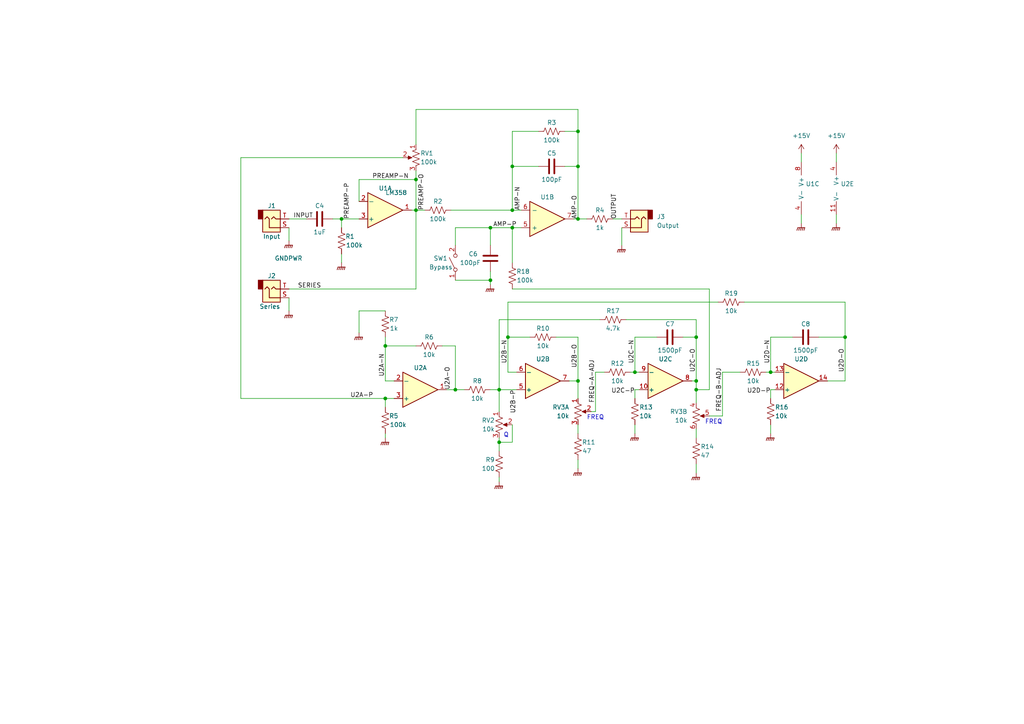
<source format=kicad_sch>
(kicad_sch (version 20211123) (generator eeschema)
  (paper "A4")
  (lib_symbols
    (symbol "Amplifier_Operational:LM324" (pin_names (offset 0.127))
      (property "Reference" "U" (at 0 5.08 0))
      (property "Value" "LM324" (at 0 -5.08 0))
      (symbol "LM324_1_1"
        (polyline (pts (xy -5.08 5.08) (xy 5.08 0) (xy -5.08 -5.08) (xy -5.08 5.08)) (stroke (width 0.254)) (fill (type background)))
        (pin output line (at 7.62 0 180) (length 2.54) (name "~") (number "1"))
        (pin input line (at -7.62 -2.54 0) (length 2.54) (name "-") (number "2"))
        (pin input line (at -7.62 2.54 0) (length 2.54) (name "+") (number "3"))
      )
      (symbol "LM324_2_1"
        (polyline (pts (xy -5.08 5.08) (xy 5.08 0) (xy -5.08 -5.08) (xy -5.08 5.08)) (stroke (width 0.254)) (fill (type background)))
        (pin input line (at -7.62 2.54 0) (length 2.54) (name "+") (number "5"))
        (pin input line (at -7.62 -2.54 0) (length 2.54) (name "-") (number "6"))
        (pin output line (at 7.62 0 180) (length 2.54) (name "~") (number "7"))
      )
      (symbol "LM324_3_1"
        (polyline (pts (xy -5.08 5.08) (xy 5.08 0) (xy -5.08 -5.08) (xy -5.08 5.08)) (stroke (width 0.254)) (fill (type background)))
        (pin input line (at -7.62 2.54 0) (length 2.54) (name "+") (number "10"))
        (pin output line (at 7.62 0 180) (length 2.54) (name "~") (number "8"))
        (pin input line (at -7.62 -2.54 0) (length 2.54) (name "-") (number "9"))
      )
      (symbol "LM324_4_1"
        (polyline (pts (xy -5.08 5.08) (xy 5.08 0) (xy -5.08 -5.08) (xy -5.08 5.08)) (stroke (width 0.254)) (fill (type background)))
        (pin input line (at -7.62 2.54 0) (length 2.54) (name "+") (number "12"))
        (pin input line (at -7.62 -2.54 0) (length 2.54) (name "-") (number "13"))
        (pin output line (at 7.62 0 180) (length 2.54) (name "~") (number "14"))
      )
      (symbol "LM324_5_1"
        (pin power_in line (at -2.54 -7.62 90) (length 3.81) (name "V-") (number "11"))
        (pin power_in line (at -2.54 7.62 270) (length 3.81) (name "V+") (number "4"))
      )
    )
    (symbol "Amplifier_Operational:LM358" (pin_names (offset 0.127))
      (property "Reference" "U" (at 0 5.08 0))
      (property "Value" "LM358" (at 0 -5.08 0))
      (symbol "LM358_1_1"
        (polyline (pts (xy -5.08 5.08) (xy 5.08 0) (xy -5.08 -5.08) (xy -5.08 5.08)) (stroke (width 0.254)) (fill (type background)))
        (pin output line (at 7.62 0 180) (length 2.54) (name "~") (number "1"))
        (pin input line (at -7.62 -2.54 0) (length 2.54) (name "-") (number "2"))
        (pin input line (at -7.62 2.54 0) (length 2.54) (name "+") (number "3"))
      )
      (symbol "LM358_2_1"
        (polyline (pts (xy -5.08 5.08) (xy 5.08 0) (xy -5.08 -5.08) (xy -5.08 5.08)) (stroke (width 0.254)) (fill (type background)))
        (pin input line (at -7.62 2.54 0) (length 2.54) (name "+") (number "5"))
        (pin input line (at -7.62 -2.54 0) (length 2.54) (name "-") (number "6"))
        (pin output line (at 7.62 0 180) (length 2.54) (name "~") (number "7"))
      )
      (symbol "LM358_3_1"
        (pin power_in line (at -2.54 -7.62 90) (length 3.81) (name "V-") (number "4"))
        (pin power_in line (at -2.54 7.62 270) (length 3.81) (name "V+") (number "8"))
      )
    )
    (symbol "Connector:AudioJack2"
      (property "Reference" "J" (at 0 8.89 0))
      (property "Value" "AudioJack2" (at 0 6.35 0))
      (symbol "AudioJack2_0_1"
        (rectangle (start -3.81 0) (end -2.54 -2.54) (stroke (width 0.254)) (fill (type outline)))
        (rectangle (start -2.54 3.81) (end 2.54 -2.54) (stroke (width 0.254)) (fill (type background)))
        (polyline (pts (xy 0 0) (xy 0.635 -0.635) (xy 1.27 0) (xy 2.54 0)) (stroke (width 0.254)))
        (polyline (pts (xy 2.54 2.54) (xy -0.635 2.54) (xy -0.635 0) (xy -1.27 -0.635) (xy -1.905 0)) (stroke (width 0.254)))
      )
      (symbol "AudioJack2_1_1"
        (pin passive line (at 5.08 2.54 180) (length 2.54) (name "~") (number "S"))
        (pin passive line (at 5.08 0 180) (length 2.54) (name "~") (number "T"))
      )
    )
    (symbol "Device:C" (pin_numbers hide) (pin_names (offset 0.254))
      (property "Reference" "C" (at 0.635 2.54 0))
      (property "Value" "C" (at 0.635 -2.54 0))
      (symbol "C_0_1"
        (polyline (pts (xy -2.032 -0.762) (xy 2.032 -0.762)) (stroke (width 0.508)))
        (polyline (pts (xy -2.032 0.762) (xy 2.032 0.762)) (stroke (width 0.508)))
      )
      (symbol "C_1_1"
        (pin passive line (at 0 3.81 270) (length 2.794) (name "~") (number "1"))
        (pin passive line (at 0 -3.81 90) (length 2.794) (name "~") (number "2"))
      )
    )
    (symbol "Device:Opamp_Dual"
      (property "Reference" "U" (at 0 5.08 0))
      (property "Value" "Opamp_Dual" (at 0 -5.08 0))
      (symbol "Opamp_Dual_1_1"
        (polyline (pts (xy -5.08 5.08) (xy 5.08 0) (xy -5.08 -5.08) (xy -5.08 5.08)) (stroke (width 0.254)) (fill (type background)))
        (pin output line (at 7.62 0 180) (length 2.54) (name "~") (number "1"))
        (pin input line (at -7.62 -2.54 0) (length 2.54) (name "-") (number "2"))
        (pin input line (at -7.62 2.54 0) (length 2.54) (name "+") (number "3"))
      )
      (symbol "Opamp_Dual_2_1"
        (polyline (pts (xy -5.08 5.08) (xy 5.08 0) (xy -5.08 -5.08) (xy -5.08 5.08)) (stroke (width 0.254)) (fill (type background)))
        (pin input line (at -7.62 2.54 0) (length 2.54) (name "+") (number "5"))
        (pin input line (at -7.62 -2.54 0) (length 2.54) (name "-") (number "6"))
        (pin output line (at 7.62 0 180) (length 2.54) (name "~") (number "7"))
      )
      (symbol "Opamp_Dual_3_1"
        (pin power_in line (at -2.54 -7.62 90) (length 3.81) (name "V-") (number "4"))
        (pin power_in line (at -2.54 7.62 270) (length 3.81) (name "V+") (number "8"))
      )
    )
    (symbol "Device:R_Potentiometer_US" (pin_names (offset 1.016) hide)
      (property "Reference" "RV" (at -4.445 0 90))
      (property "Value" "R_Potentiometer_US" (at -2.54 0 90))
      (symbol "R_Potentiometer_US_0_1"
        (polyline (pts (xy 0 -2.286) (xy 0 -2.54)))
        (polyline (pts (xy 0 2.54) (xy 0 2.286)))
        (polyline (pts (xy 2.54 0) (xy 1.524 0)))
        (polyline (pts (xy 1.143 0) (xy 2.286 0.508) (xy 2.286 -0.508) (xy 1.143 0)) (fill (type outline)))
        (polyline (pts (xy 0 -0.762) (xy 1.016 -1.143) (xy 0 -1.524) (xy -1.016 -1.905) (xy 0 -2.286)))
        (polyline (pts (xy 0 0.762) (xy 1.016 0.381) (xy 0 0) (xy -1.016 -0.381) (xy 0 -0.762)))
        (polyline (pts (xy 0 2.286) (xy 1.016 1.905) (xy 0 1.524) (xy -1.016 1.143) (xy 0 0.762)))
      )
      (symbol "R_Potentiometer_US_1_1"
        (pin passive line (at 0 3.81 270) (length 1.27) (name "1") (number "1"))
        (pin passive line (at 3.81 0 180) (length 1.27) (name "2") (number "2"))
        (pin passive line (at 0 -3.81 90) (length 1.27) (name "3") (number "3"))
      )
    )
    (symbol "Device:R_US" (pin_numbers hide) (pin_names (offset 0))
      (property "Reference" "R" (at 2.54 0 90))
      (property "Value" "R_US" (at -2.54 0 90))
      (symbol "R_US_0_1"
        (polyline (pts (xy 0 -2.286) (xy 0 -2.54)))
        (polyline (pts (xy 0 2.286) (xy 0 2.54)))
        (polyline (pts (xy 0 -0.762) (xy 1.016 -1.143) (xy 0 -1.524) (xy -1.016 -1.905) (xy 0 -2.286)))
        (polyline (pts (xy 0 0.762) (xy 1.016 0.381) (xy 0 0) (xy -1.016 -0.381) (xy 0 -0.762)))
        (polyline (pts (xy 0 2.286) (xy 1.016 1.905) (xy 0 1.524) (xy -1.016 1.143) (xy 0 0.762)))
      )
      (symbol "R_US_1_1"
        (pin passive line (at 0 3.81 270) (length 1.27) (name "~") (number "1"))
        (pin passive line (at 0 -3.81 90) (length 1.27) (name "~") (number "2"))
      )
    )
    (symbol "Switch:SW_SPST" (pin_names (offset 0) hide)
      (property "Reference" "SW" (at 0 3.175 0))
      (property "Value" "SW_SPST" (at 0 -2.54 0))
      (symbol "SW_SPST_0_0"
        (circle (center -2.032 0) (radius 0.508))
        (polyline (pts (xy -1.524 0.254) (xy 1.524 1.778)))
        (circle (center 2.032 0) (radius 0.508))
      )
      (symbol "SW_SPST_1_1"
        (pin passive line (at -5.08 0 0) (length 2.54) (name "A") (number "1"))
        (pin passive line (at 5.08 0 180) (length 2.54) (name "B") (number "2"))
      )
    )
    (symbol "audio:R_Potentiometer_Dual_Separate_US" (pin_names (offset 1.016) hide)
      (property "Reference" "RV" (at -4.445 0 90))
      (property "Value" "R_Potentiometer_Dual_Separate_US" (at -2.54 0 90))
      (symbol "R_Potentiometer_Dual_Separate_US_0_1"
        (polyline (pts (xy 0 -2.286) (xy 0 -2.54)))
        (polyline (pts (xy 0 2.54) (xy 0 2.286)))
        (polyline (pts (xy 2.54 0) (xy 1.524 0)))
        (polyline (pts (xy 1.143 0) (xy 2.286 0.508) (xy 2.286 -0.508) (xy 1.143 0)) (fill (type outline)))
        (polyline (pts (xy 0 -0.762) (xy 1.016 -1.143) (xy 0 -1.524) (xy -1.016 -1.905) (xy 0 -2.286)))
        (polyline (pts (xy 0 0.762) (xy 1.016 0.381) (xy 0 0) (xy -1.016 -0.381) (xy 0 -0.762)))
        (polyline (pts (xy 0 2.286) (xy 1.016 1.905) (xy 0 1.524) (xy -1.016 1.143) (xy 0 0.762)))
      )
      (symbol "R_Potentiometer_Dual_Separate_US_1_1"
        (pin passive line (at 0 3.81 270) (length 1.27) (name "1") (number "1"))
        (pin passive line (at 3.81 0 180) (length 1.27) (name "2") (number "2"))
        (pin passive line (at 0 -3.81 90) (length 1.27) (name "3") (number "3"))
      )
      (symbol "R_Potentiometer_Dual_Separate_US_2_1"
        (pin passive line (at 0 3.81 270) (length 1.27) (name "4") (number "4"))
        (pin passive line (at 3.81 0 180) (length 1.27) (name "5") (number "5"))
        (pin passive line (at 0 -3.81 90) (length 1.27) (name "6") (number "6"))
      )
    )
    (symbol "power:+15V" (power) (pin_names (offset 0))
      (property "Value" "+15V" (at 0 3.556 0))
      (symbol "+15V_0_1"
        (polyline (pts (xy -0.762 1.27) (xy 0 2.54)))
        (polyline (pts (xy 0 0) (xy 0 2.54)))
        (polyline (pts (xy 0 2.54) (xy 0.762 1.27)))
      )
      (symbol "+15V_1_1"
        (pin power_in line (at 0 0 90) (length 0) hide (name "+15V") (number "1"))
      )
    )
    (symbol "power:GNDPWR" (power) (pin_names (offset 0))
      (property "Value" "GNDPWR" (at 0 -3.302 0))
      (symbol "GNDPWR_0_1"
        (polyline (pts (xy 0 -1.27) (xy 0 0)))
        (polyline (pts (xy -1.016 -1.27) (xy -1.27 -2.032) (xy -1.27 -2.032)) (stroke (width 0.2032)))
        (polyline (pts (xy -0.508 -1.27) (xy -0.762 -2.032) (xy -0.762 -2.032)) (stroke (width 0.2032)))
        (polyline (pts (xy 0 -1.27) (xy -0.254 -2.032) (xy -0.254 -2.032)) (stroke (width 0.2032)))
        (polyline (pts (xy 0.508 -1.27) (xy 0.254 -2.032) (xy 0.254 -2.032)) (stroke (width 0.2032)))
        (polyline (pts (xy 1.016 -1.27) (xy -1.016 -1.27) (xy -1.016 -1.27)) (stroke (width 0.2032)))
        (polyline (pts (xy 1.016 -1.27) (xy 0.762 -2.032) (xy 0.762 -2.032) (xy 0.762 -2.032)) (stroke (width 0.2032)))
      )
      (symbol "GNDPWR_1_1"
        (pin power_in line (at 0 0 270) (length 0) hide (name "GNDPWR") (number "1"))
      )
    )
  )
  (junction (at 167.64 63.5))
  (junction (at 144.78 128.27))
  (junction (at 167.64 110.49))
  (junction (at 201.93 113.03))
  (junction (at 184.15 107.95))
  (junction (at 144.78 113.03))
  (junction (at 148.59 48.26))
  (junction (at 147.32 97.79))
  (junction (at 223.52 107.95))
  (junction (at 148.59 60.96))
  (junction (at 245.11 97.79))
  (junction (at 132.08 113.03))
  (junction (at 201.93 97.79))
  (junction (at 201.93 110.49))
  (junction (at 120.65 52.07))
  (junction (at 167.64 38.1))
  (junction (at 142.24 66.04))
  (junction (at 120.65 60.96))
  (junction (at 148.59 66.04))
  (junction (at 111.76 100.33))
  (junction (at 167.64 48.26))
  (junction (at 111.76 115.57))
  (junction (at 142.24 81.28))
  (junction (at 99.06 63.5))
  (wire (pts (xy 205.74 113.03) (xy 201.93 113.03)))
  (wire (pts (xy 245.11 87.63) (xy 215.9 87.63)))
  (wire (pts (xy 167.64 133.35) (xy 167.64 135.89)))
  (wire (pts (xy 132.08 100.33) (xy 128.27 100.33)))
  (wire (pts (xy 237.49 97.79) (xy 245.11 97.79)))
  (wire (pts (xy 132.08 113.03) (xy 134.62 113.03)))
  (wire (pts (xy 172.72 107.95) (xy 172.72 119.38)))
  (wire (pts (xy 83.82 66.04) (xy 83.82 69.85)))
  (wire (pts (xy 83.82 83.82) (xy 120.65 83.82)))
  (wire (pts (xy 198.12 97.79) (xy 201.93 97.79)))
  (wire (pts (xy 167.64 48.26) (xy 163.83 48.26)))
  (wire (pts (xy 184.15 97.79) (xy 184.15 107.95)))
  (wire (pts (xy 120.65 49.53) (xy 120.65 52.07)))
  (wire (pts (xy 96.52 63.5) (xy 99.06 63.5)))
  (wire (pts (xy 223.52 97.79) (xy 223.52 107.95)))
  (wire (pts (xy 147.32 87.63) (xy 147.32 97.79)))
  (wire (pts (xy 156.21 38.1) (xy 148.59 38.1)))
  (wire (pts (xy 111.76 110.49) (xy 111.76 100.33)))
  (wire (pts (xy 223.52 107.95) (xy 224.79 107.95)))
  (wire (pts (xy 167.64 63.5) (xy 167.64 48.26)))
  (wire (pts (xy 129.54 113.03) (xy 132.08 113.03)))
  (wire (pts (xy 201.93 124.46) (xy 201.93 127)))
  (wire (pts (xy 201.93 97.79) (xy 201.93 110.49)))
  (wire (pts (xy 242.57 62.23) (xy 242.57 64.77)))
  (wire (pts (xy 172.72 119.38) (xy 171.45 119.38)))
  (wire (pts (xy 111.76 125.73) (xy 111.76 127)))
  (wire (pts (xy 111.76 90.17) (xy 104.14 90.17)))
  (wire (pts (xy 182.88 107.95) (xy 184.15 107.95)))
  (wire (pts (xy 181.61 92.71) (xy 201.93 92.71)))
  (wire (pts (xy 144.78 138.43) (xy 144.78 139.7)))
  (wire (pts (xy 83.82 86.36) (xy 83.82 90.17)))
  (wire (pts (xy 201.93 113.03) (xy 201.93 116.84)))
  (wire (pts (xy 130.81 60.96) (xy 148.59 60.96)))
  (wire (pts (xy 184.15 107.95) (xy 185.42 107.95)))
  (wire (pts (xy 120.65 31.75) (xy 167.64 31.75)))
  (wire (pts (xy 148.59 123.19) (xy 148.59 128.27)))
  (wire (pts (xy 144.78 92.71) (xy 144.78 113.03)))
  (wire (pts (xy 201.93 110.49) (xy 200.66 110.49)))
  (wire (pts (xy 245.11 110.49) (xy 245.11 97.79)))
  (wire (pts (xy 153.67 97.79) (xy 147.32 97.79)))
  (wire (pts (xy 144.78 113.03) (xy 142.24 113.03)))
  (wire (pts (xy 147.32 97.79) (xy 147.32 107.95)))
  (wire (pts (xy 242.57 44.45) (xy 242.57 46.99)))
  (wire (pts (xy 167.64 97.79) (xy 167.64 110.49)))
  (wire (pts (xy 180.34 66.04) (xy 180.34 71.12)))
  (wire (pts (xy 111.76 100.33) (xy 111.76 97.79)))
  (wire (pts (xy 201.93 110.49) (xy 201.93 113.03)))
  (wire (pts (xy 132.08 66.04) (xy 142.24 66.04)))
  (wire (pts (xy 120.65 83.82) (xy 120.65 60.96)))
  (wire (pts (xy 201.93 92.71) (xy 201.93 97.79)))
  (wire (pts (xy 240.03 110.49) (xy 245.11 110.49)))
  (wire (pts (xy 83.82 63.5) (xy 88.9 63.5)))
  (wire (pts (xy 190.5 97.79) (xy 184.15 97.79)))
  (wire (pts (xy 99.06 63.5) (xy 104.14 63.5)))
  (wire (pts (xy 177.8 63.5) (xy 180.34 63.5)))
  (wire (pts (xy 144.78 113.03) (xy 149.86 113.03)))
  (wire (pts (xy 245.11 97.79) (xy 245.11 87.63)))
  (wire (pts (xy 167.64 63.5) (xy 170.18 63.5)))
  (wire (pts (xy 132.08 81.28) (xy 142.24 81.28)))
  (wire (pts (xy 163.83 38.1) (xy 167.64 38.1)))
  (wire (pts (xy 120.65 60.96) (xy 123.19 60.96)))
  (wire (pts (xy 184.15 113.03) (xy 184.15 115.57)))
  (wire (pts (xy 166.37 63.5) (xy 167.64 63.5)))
  (wire (pts (xy 201.93 134.62) (xy 201.93 137.16)))
  (wire (pts (xy 104.14 90.17) (xy 104.14 96.52)))
  (wire (pts (xy 209.55 107.95) (xy 209.55 120.65)))
  (wire (pts (xy 142.24 71.12) (xy 142.24 66.04)))
  (wire (pts (xy 99.06 63.5) (xy 99.06 66.04)))
  (wire (pts (xy 222.25 107.95) (xy 223.52 107.95)))
  (wire (pts (xy 144.78 119.38) (xy 144.78 113.03)))
  (wire (pts (xy 114.3 110.49) (xy 111.76 110.49)))
  (wire (pts (xy 205.74 120.65) (xy 209.55 120.65)))
  (wire (pts (xy 232.41 44.45) (xy 232.41 46.99)))
  (wire (pts (xy 120.65 60.96) (xy 119.38 60.96)))
  (wire (pts (xy 148.59 38.1) (xy 148.59 48.26)))
  (wire (pts (xy 156.21 48.26) (xy 148.59 48.26)))
  (wire (pts (xy 104.14 58.42) (xy 104.14 52.07)))
  (wire (pts (xy 148.59 48.26) (xy 148.59 60.96)))
  (wire (pts (xy 142.24 81.28) (xy 142.24 82.55)))
  (wire (pts (xy 173.99 92.71) (xy 144.78 92.71)))
  (wire (pts (xy 205.74 83.82) (xy 205.74 113.03)))
  (wire (pts (xy 148.59 60.96) (xy 151.13 60.96)))
  (wire (pts (xy 120.65 52.07) (xy 120.65 60.96)))
  (wire (pts (xy 147.32 107.95) (xy 149.86 107.95)))
  (wire (pts (xy 161.29 97.79) (xy 167.64 97.79)))
  (wire (pts (xy 142.24 66.04) (xy 148.59 66.04)))
  (wire (pts (xy 111.76 115.57) (xy 111.76 118.11)))
  (wire (pts (xy 69.85 115.57) (xy 111.76 115.57)))
  (wire (pts (xy 120.65 41.91) (xy 120.65 31.75)))
  (wire (pts (xy 144.78 127) (xy 144.78 128.27)))
  (wire (pts (xy 167.64 123.19) (xy 167.64 125.73)))
  (wire (pts (xy 144.78 128.27) (xy 144.78 130.81)))
  (wire (pts (xy 148.59 76.2) (xy 148.59 66.04)))
  (wire (pts (xy 223.52 113.03) (xy 224.79 113.03)))
  (wire (pts (xy 99.06 73.66) (xy 99.06 76.2)))
  (wire (pts (xy 69.85 45.72) (xy 69.85 115.57)))
  (wire (pts (xy 111.76 100.33) (xy 120.65 100.33)))
  (wire (pts (xy 132.08 113.03) (xy 132.08 100.33)))
  (wire (pts (xy 185.42 113.03) (xy 184.15 113.03)))
  (wire (pts (xy 214.63 107.95) (xy 209.55 107.95)))
  (wire (pts (xy 223.52 123.19) (xy 223.52 125.73)))
  (wire (pts (xy 114.3 115.57) (xy 111.76 115.57)))
  (wire (pts (xy 232.41 62.23) (xy 232.41 64.77)))
  (wire (pts (xy 208.28 87.63) (xy 147.32 87.63)))
  (wire (pts (xy 167.64 38.1) (xy 167.64 48.26)))
  (wire (pts (xy 104.14 52.07) (xy 120.65 52.07)))
  (wire (pts (xy 148.59 83.82) (xy 205.74 83.82)))
  (wire (pts (xy 167.64 115.57) (xy 167.64 110.49)))
  (wire (pts (xy 223.52 115.57) (xy 223.52 113.03)))
  (wire (pts (xy 167.64 31.75) (xy 167.64 38.1)))
  (wire (pts (xy 142.24 78.74) (xy 142.24 81.28)))
  (wire (pts (xy 148.59 66.04) (xy 151.13 66.04)))
  (wire (pts (xy 184.15 123.19) (xy 184.15 125.73)))
  (wire (pts (xy 148.59 128.27) (xy 144.78 128.27)))
  (wire (pts (xy 229.87 97.79) (xy 223.52 97.79)))
  (wire (pts (xy 132.08 71.12) (xy 132.08 66.04)))
  (wire (pts (xy 167.64 110.49) (xy 165.1 110.49)))
  (wire (pts (xy 116.84 45.72) (xy 69.85 45.72)))
  (wire (pts (xy 175.26 107.95) (xy 172.72 107.95)))
  (text "FREQ" (at 204.47 123.19 0) (effects (font (size 1.27 1.27)) (justify left bottom)))
  (text "Q" (at 146.05 127 0) (effects (font (size 1.27 1.27)) (justify left bottom)))
  (text "FREQ" (at 170.18 121.92 0) (effects (font (size 1.27 1.27)) (justify left bottom)))
  (label "U2A-N" (at 111.76 109.22 90))
  (label "FREQ-B-ADJ" (at 209.55 119.38 90))
  (label "PREAMP-P" (at 101.6 63.5 90))
  (label "U2B-N" (at 147.32 105.41 90))
  (label "PREAMP-N" (at 107.95 52.07 0))
  (label "U2C-O" (at 201.93 107.95 90))
  (label "AMP-O" (at 167.64 63.5 90))
  (label "AMP-P" (at 149.86 66.04 180))
  (label "U2D-P" (at 223.52 114.3 180))
  (label "U2B-P" (at 149.86 113.03 270))
  (label "U2D-O" (at 245.11 107.95 90))
  (label "SERIES" (at 86.36 83.82 0))
  (label "INPUT" (at 85.09 63.5 0))
  (label "OUTPUT" (at 179.07 63.5 90))
  (label "FREQ-A-ADJ" (at 172.72 116.84 90))
  (label "U2C-P" (at 184.15 114.3 180))
  (label "U2C-N" (at 184.15 105.41 90))
  (label "U2A-O" (at 130.81 113.03 90))
  (label "AMP-N" (at 151.13 60.96 90))
  (label "U2D-N" (at 223.52 105.41 90))
  (label "U2B-O" (at 167.64 106.68 90))
  (label "PREAMP-O" (at 123.19 60.96 90))
  (label "U2A-P" (at 101.6 115.57 0))
  (symbol (lib_id "Device:Opamp_Dual") (at 158.75 63.5 0) (mirror x) (unit 2)
    (property "Reference" "U1" (at 158.75 57.15 0))
    (property "Value" "LM358" (effects hide))
    (property "Footprint" "Package_SO:SOIC-8_3.9x4.9mm_P1.27mm" (effects hide))
  )
  (symbol (lib_id "Device:C") (at 194.31 97.79 90) (unit 1)
    (property "Reference" "C7" (at 194.31 93.98 90))
    (property "Value" "1500pF" (at 194.31 101.6 90))
    (property "Footprint" "Capacitor_SMD:C_0805_2012Metric_Pad1.18x1.45mm_HandSolder" (effects hide))
  )
  (symbol (lib_id "Switch:SW_SPST") (at 132.08 76.2 90) (unit 1)
    (property "Reference" "SW1" (at 125.73 74.93 90) (effects (justify right)))
    (property "Value" "Bypass" (at 124.46 77.47 90) (effects (justify right)))
    (property "Footprint" "Connector_Wire:SolderWire-0.1sqmm_1x02_P3.6mm_D0.4mm_OD1mm" (effects hide))
  )
  (symbol (lib_id "power:GNDPWR") (at 83.82 69.85 0) (unit 1)
    (property "Reference" "#PWR0103" (effects hide))
    (property "Value" "GNDPWR" (at 83.693 74.93 0))
  )
  (symbol (lib_id "Device:C") (at 142.24 74.93 0) (unit 1)
    (property "Reference" "C6" (at 135.89 73.66 0) (effects (justify left)))
    (property "Value" "100pF" (at 133.35 76.2 0) (effects (justify left)))
    (property "Footprint" "Capacitor_SMD:C_0805_2012Metric_Pad1.18x1.45mm_HandSolder" (effects hide))
  )
  (symbol (lib_id "power:GNDPWR") (at 242.57 64.77 0) (unit 1)
    (property "Reference" "#PWR0114" (effects hide))
    (property "Value" "GNDPWR" (effects hide))
  )
  (symbol (lib_id "Amplifier_Operational:LM324") (at 245.11 54.61 0) (unit 5)
    (property "Reference" "U2" (at 243.84 53.3399 0) (effects (justify left)))
    (property "Value" "LM324" (effects hide))
    (property "Footprint" "Package_SO:SOIC-14_3.9x8.7mm_P1.27mm" (effects hide))
    (property "Datasheet" "http://www.ti.com/lit/ds/symlink/lm2902-n.pdf" (effects hide))
  )
  (symbol (lib_id "Device:R_US") (at 167.64 129.54 0) (unit 1)
    (property "Reference" "R11" (at 172.72 128.27 0) (effects (justify right)))
    (property "Value" "47" (at 168.91 130.81 0) (effects (justify left)))
    (property "Footprint" "Resistor_SMD:R_0805_2012Metric_Pad1.20x1.40mm_HandSolder" (effects hide))
  )
  (symbol (lib_id "Device:R_US") (at 223.52 119.38 0) (unit 1)
    (property "Reference" "R16" (at 224.79 118.11 0) (effects (justify left)))
    (property "Value" "10k" (at 224.79 120.65 0) (effects (justify left)))
    (property "Footprint" "Resistor_SMD:R_0805_2012Metric_Pad1.20x1.40mm_HandSolder" (effects hide))
  )
  (symbol (lib_id "Connector:AudioJack2") (at 185.42 63.5 180) (unit 1)
    (property "Reference" "J3" (at 190.5 62.8649 0) (effects (justify right)))
    (property "Value" "Output" (at 190.5 65.4049 0) (effects (justify right)))
    (property "Footprint" "Connector_Audio:Jack_3.5mm_CUI_SJ1-3523N_Horizontal" (effects hide))
  )
  (symbol (lib_id "power:GNDPWR") (at 144.78 139.7 0) (unit 1)
    (property "Reference" "#PWR0102" (effects hide))
    (property "Value" "GNDPWR" (effects hide))
  )
  (symbol (lib_id "Amplifier_Operational:LM324") (at 193.04 110.49 0) (mirror x) (unit 3)
    (property "Reference" "U2" (at 193.04 104.14 0))
    (property "Value" "LM324" (effects hide))
    (property "Footprint" "Package_SO:SOIC-14_3.9x8.7mm_P1.27mm" (effects hide))
    (property "Datasheet" "http://www.ti.com/lit/ds/symlink/lm2902-n.pdf" (effects hide))
  )
  (symbol (lib_id "power:GNDPWR") (at 167.64 135.89 0) (unit 1)
    (property "Reference" "#PWR0101" (effects hide))
    (property "Value" "GNDPWR" (effects hide))
  )
  (symbol (lib_id "power:GNDPWR") (at 223.52 125.73 0) (unit 1)
    (property "Reference" "#PWR0110" (effects hide))
    (property "Value" "GNDPWR" (effects hide))
  )
  (symbol (lib_id "Device:R_US") (at 184.15 119.38 0) (unit 1)
    (property "Reference" "R13" (at 185.42 118.11 0) (effects (justify left)))
    (property "Value" "10k" (at 185.42 120.65 0) (effects (justify left)))
    (property "Footprint" "Resistor_SMD:R_0805_2012Metric_Pad1.20x1.40mm_HandSolder" (effects hide))
  )
  (symbol (lib_id "Connector:AudioJack2") (at 78.74 63.5 0) (mirror x) (unit 1)
    (property "Reference" "J1" (at 80.01 59.69 0) (effects (justify right)))
    (property "Value" "Input" (at 81.28 68.58 0) (effects (justify right)))
    (property "Footprint" "Connector_Audio:Jack_3.5mm_CUI_SJ1-3523N_Horizontal" (effects hide))
  )
  (symbol (lib_id "Device:R_US") (at 201.93 130.81 0) (unit 1)
    (property "Reference" "R14" (at 203.2 129.54 0) (effects (justify left)))
    (property "Value" "47" (at 203.2 132.08 0) (effects (justify left)))
    (property "Footprint" "Resistor_SMD:R_0805_2012Metric_Pad1.20x1.40mm_HandSolder" (effects hide))
  )
  (symbol (lib_id "Device:R_US") (at 179.07 107.95 90) (unit 1)
    (property "Reference" "R12" (at 179.07 105.41 90))
    (property "Value" "10k" (at 179.07 110.49 90))
    (property "Footprint" "Resistor_SMD:R_0805_2012Metric_Pad1.20x1.40mm_HandSolder" (effects hide))
  )
  (symbol (lib_id "Device:R_US") (at 144.78 134.62 0) (unit 1)
    (property "Reference" "R9" (at 143.51 133.35 0) (effects (justify right)))
    (property "Value" "100" (at 139.7 135.89 0) (effects (justify left)))
    (property "Footprint" "Resistor_SMD:R_0805_2012Metric_Pad1.20x1.40mm_HandSolder" (effects hide))
  )
  (symbol (lib_id "Device:C") (at 92.71 63.5 90) (unit 1)
    (property "Reference" "C4" (at 92.71 59.69 90))
    (property "Value" "1uF" (at 92.71 67.31 90))
    (property "Footprint" "Capacitor_SMD:C_0805_2012Metric_Pad1.18x1.45mm_HandSolder" (effects hide))
  )
  (symbol (lib_id "Connector:AudioJack2") (at 78.74 83.82 0) (mirror x) (unit 1)
    (property "Reference" "J2" (at 80.01 80.01 0) (effects (justify right)))
    (property "Value" "Series" (at 81.28 88.9 0) (effects (justify right)))
    (property "Footprint" "Connector_Audio:Jack_3.5mm_CUI_SJ1-3523N_Horizontal" (effects hide))
  )
  (symbol (lib_id "power:GNDPWR") (at 104.14 96.52 0) (unit 1)
    (property "Reference" "#PWR0104" (effects hide))
    (property "Value" "GNDPWR" (effects hide))
  )
  (symbol (lib_id "Device:R_Potentiometer_US") (at 144.78 123.19 0) (unit 1)
    (property "Reference" "RV2" (at 143.51 121.92 0) (effects (justify right)))
    (property "Value" "10k" (at 143.51 124.46 0) (effects (justify right)))
    (property "Footprint" "Connector_Wire:SolderWire-0.1sqmm_1x03_P3.6mm_D0.4mm_OD1mm" (effects hide))
  )
  (symbol (lib_id "Device:R_US") (at 160.02 38.1 90) (unit 1)
    (property "Reference" "R3" (at 160.02 35.56 90))
    (property "Value" "100k" (at 160.02 40.64 90))
    (property "Footprint" "Resistor_SMD:R_0805_2012Metric_Pad1.20x1.40mm_HandSolder" (effects hide))
  )
  (symbol (lib_id "Device:R_Potentiometer_US") (at 120.65 45.72 0) (mirror y) (unit 1)
    (property "Reference" "RV1" (at 121.92 44.45 0) (effects (justify right)))
    (property "Value" "100k" (at 121.92 46.99 0) (effects (justify right)))
    (property "Footprint" "Connector_Wire:SolderWire-0.1sqmm_1x03_P3.6mm_D0.4mm_OD1mm" (effects hide))
  )
  (symbol (lib_id "Device:C") (at 160.02 48.26 90) (unit 1)
    (property "Reference" "C5" (at 160.02 44.45 90))
    (property "Value" "100pF" (at 160.02 52.07 90))
    (property "Footprint" "Capacitor_SMD:C_0805_2012Metric_Pad1.18x1.45mm_HandSolder" (effects hide))
  )
  (symbol (lib_id "power:GNDPWR") (at 184.15 125.73 0) (unit 1)
    (property "Reference" "#PWR0109" (effects hide))
    (property "Value" "GNDPWR" (effects hide))
  )
  (symbol (lib_id "audio:R_Potentiometer_Dual_Separate_US") (at 201.93 120.65 0) (unit 2)
    (property "Reference" "RV3" (at 199.39 119.3799 0) (effects (justify right)))
    (property "Value" "10k" (at 199.39 121.9199 0) (effects (justify right)))
    (property "Footprint" "audio-project:SolderWire-0.1sqmm_2x03_P3.6mm_D0.4mm_OD1mm" (effects hide))
  )
  (symbol (lib_id "Device:R_US") (at 111.76 93.98 0) (unit 1)
    (property "Reference" "R7" (at 115.57 92.71 0) (effects (justify right)))
    (property "Value" "1k" (at 113.03 95.25 0) (effects (justify left)))
    (property "Footprint" "Resistor_SMD:R_0805_2012Metric_Pad1.20x1.40mm_HandSolder" (effects hide))
  )
  (symbol (lib_id "Device:R_US") (at 99.06 69.85 0) (unit 1)
    (property "Reference" "R1" (at 102.87 68.58 0) (effects (justify right)))
    (property "Value" "100k" (at 100.33 71.12 0) (effects (justify left)))
    (property "Footprint" "Resistor_SMD:R_0805_2012Metric_Pad1.20x1.40mm_HandSolder" (effects hide))
  )
  (symbol (lib_id "Amplifier_Operational:LM324") (at 232.41 110.49 0) (mirror x) (unit 4)
    (property "Reference" "U2" (at 232.41 104.14 0))
    (property "Value" "LM324" (effects hide))
    (property "Footprint" "Package_SO:SOIC-14_3.9x8.7mm_P1.27mm" (effects hide))
    (property "Datasheet" "http://www.ti.com/lit/ds/symlink/lm2902-n.pdf" (effects hide))
  )
  (symbol (lib_id "Device:R_US") (at 218.44 107.95 90) (unit 1)
    (property "Reference" "R15" (at 218.44 105.41 90))
    (property "Value" "10k" (at 218.44 110.49 90))
    (property "Footprint" "Resistor_SMD:R_0805_2012Metric_Pad1.20x1.40mm_HandSolder" (effects hide))
  )
  (symbol (lib_id "Device:R_US") (at 173.99 63.5 90) (unit 1)
    (property "Reference" "R4" (at 173.99 60.96 90))
    (property "Value" "1k" (at 173.99 66.04 90))
    (property "Footprint" "Resistor_SMD:R_0805_2012Metric_Pad1.20x1.40mm_HandSolder" (effects hide))
  )
  (symbol (lib_id "power:GNDPWR") (at 142.24 82.55 0) (unit 1)
    (property "Reference" "#PWR0112" (effects hide))
    (property "Value" "GNDPWR" (effects hide))
  )
  (symbol (lib_id "Device:C") (at 233.68 97.79 90) (unit 1)
    (property "Reference" "C8" (at 233.68 93.98 90))
    (property "Value" "1500pF" (at 233.68 101.6 90))
    (property "Footprint" "Capacitor_SMD:C_0805_2012Metric_Pad1.18x1.45mm_HandSolder" (effects hide))
  )
  (symbol (lib_id "Device:Opamp_Dual") (at 234.95 54.61 0) (unit 3)
    (property "Reference" "U1" (at 233.68 53.3399 0) (effects (justify left)))
    (property "Value" "LM358" (effects hide))
    (property "Footprint" "Package_SO:SOIC-8_3.9x4.9mm_P1.27mm" (effects hide))
  )
  (symbol (lib_id "Amplifier_Operational:LM324") (at 157.48 110.49 0) (mirror x) (unit 2)
    (property "Reference" "U2" (at 157.48 104.14 0))
    (property "Value" "LM324" (effects hide))
    (property "Footprint" "Package_SO:SOIC-14_3.9x8.7mm_P1.27mm" (effects hide))
    (property "Datasheet" "http://www.ti.com/lit/ds/symlink/lm2902-n.pdf" (effects hide))
  )
  (symbol (lib_id "Device:R_US") (at 212.09 87.63 90) (unit 1)
    (property "Reference" "R19" (at 212.09 85.09 90))
    (property "Value" "10k" (at 212.09 90.17 90))
    (property "Footprint" "Resistor_SMD:R_0805_2012Metric_Pad1.20x1.40mm_HandSolder" (effects hide))
  )
  (symbol (lib_id "power:+15V") (at 242.57 44.45 0) (unit 1)
    (property "Reference" "#PWR0115" (effects hide))
    (property "Value" "+15V" (at 242.57 39.37 0))
  )
  (symbol (lib_id "Device:R_US") (at 138.43 113.03 90) (unit 1)
    (property "Reference" "R8" (at 138.43 110.49 90))
    (property "Value" "10k" (at 138.43 115.57 90))
    (property "Footprint" "Resistor_SMD:R_0805_2012Metric_Pad1.20x1.40mm_HandSolder" (effects hide))
  )
  (symbol (lib_id "power:GNDPWR") (at 111.76 127 0) (unit 1)
    (property "Reference" "#PWR0106" (effects hide))
    (property "Value" "GNDPWR" (effects hide))
  )
  (symbol (lib_id "power:GNDPWR") (at 83.82 90.17 0) (unit 1)
    (property "Reference" "#PWR0107" (effects hide))
    (property "Value" "GNDPWR" (effects hide))
  )
  (symbol (lib_id "audio:R_Potentiometer_Dual_Separate_US") (at 167.64 119.38 0) (unit 1)
    (property "Reference" "RV3" (at 165.1 118.1099 0) (effects (justify right)))
    (property "Value" "10k" (at 165.1 120.6499 0) (effects (justify right)))
    (property "Footprint" "audio-project:SolderWire-0.1sqmm_2x03_P3.6mm_D0.4mm_OD1mm" (effects hide))
  )
  (symbol (lib_id "power:GNDPWR") (at 180.34 71.12 0) (unit 1)
    (property "Reference" "#PWR0108" (effects hide))
    (property "Value" "GNDPWR" (effects hide))
  )
  (symbol (lib_id "Device:R_US") (at 157.48 97.79 90) (unit 1)
    (property "Reference" "R10" (at 157.48 95.25 90))
    (property "Value" "10k" (at 157.48 100.33 90))
    (property "Footprint" "Resistor_SMD:R_0805_2012Metric_Pad1.20x1.40mm_HandSolder" (effects hide))
  )
  (symbol (lib_id "Device:R_US") (at 177.8 92.71 90) (unit 1)
    (property "Reference" "R17" (at 177.8 90.17 90))
    (property "Value" "4.7k" (at 177.8 95.25 90))
    (property "Footprint" "Resistor_SMD:R_0805_2012Metric_Pad1.20x1.40mm_HandSolder" (effects hide))
  )
  (symbol (lib_id "power:GNDPWR") (at 99.06 76.2 0) (unit 1)
    (property "Reference" "#PWR0105" (effects hide))
    (property "Value" "GNDPWR" (effects hide))
  )
  (symbol (lib_id "power:GNDPWR") (at 232.41 64.77 0) (unit 1)
    (property "Reference" "#PWR0113" (effects hide))
    (property "Value" "GNDPWR" (effects hide))
  )
  (symbol (lib_id "Device:R_US") (at 127 60.96 90) (unit 1)
    (property "Reference" "R2" (at 127 58.42 90))
    (property "Value" "100k" (at 127 63.5 90))
    (property "Footprint" "Resistor_SMD:R_0805_2012Metric_Pad1.20x1.40mm_HandSolder" (effects hide))
  )
  (symbol (lib_id "Amplifier_Operational:LM324") (at 121.92 113.03 0) (mirror x) (unit 1)
    (property "Reference" "U2" (at 121.92 106.68 0))
    (property "Value" "LM324" (effects hide))
    (property "Footprint" "Package_SO:SOIC-14_3.9x8.7mm_P1.27mm" (effects hide))
    (property "Datasheet" "http://www.ti.com/lit/ds/symlink/lm2902-n.pdf" (effects hide))
  )
  (symbol (lib_id "power:GNDPWR") (at 201.93 137.16 0) (unit 1)
    (property "Reference" "#PWR0111" (effects hide))
    (property "Value" "GNDPWR" (effects hide))
  )
  (symbol (lib_id "Amplifier_Operational:LM358") (at 111.76 60.96 0) (mirror x) (unit 1)
    (property "Reference" "U1" (at 111.76 54.61 0))
    (property "Value" "LM358" (at 111.76 55.88 0) (effects (justify left)))
    (property "Footprint" "Package_SO:SOIC-8_3.9x4.9mm_P1.27mm" (effects hide))
    (property "Datasheet" "http://www.ti.com/lit/ds/symlink/lm2904-n.pdf" (effects hide))
  )
  (symbol (lib_id "Device:R_US") (at 148.59 80.01 0) (unit 1)
    (property "Reference" "R18" (at 153.67 78.74 0) (effects (justify right)))
    (property "Value" "100k" (at 149.86 81.28 0) (effects (justify left)))
    (property "Footprint" "Resistor_SMD:R_0805_2012Metric_Pad1.20x1.40mm_HandSolder" (effects hide))
  )
  (symbol (lib_id "Device:R_US") (at 124.46 100.33 90) (unit 1)
    (property "Reference" "R6" (at 124.46 97.79 90))
    (property "Value" "10k" (at 124.46 102.87 90))
    (property "Footprint" "Resistor_SMD:R_0805_2012Metric_Pad1.20x1.40mm_HandSolder" (effects hide))
  )
  (symbol (lib_id "Device:R_US") (at 111.76 121.92 0) (unit 1)
    (property "Reference" "R5" (at 115.57 120.65 0) (effects (justify right)))
    (property "Value" "100k" (at 113.03 123.19 0) (effects (justify left)))
    (property "Footprint" "Resistor_SMD:R_0805_2012Metric_Pad1.20x1.40mm_HandSolder" (effects hide))
  )
  (symbol (lib_id "power:+15V") (at 232.41 44.45 0) (unit 1)
    (property "Reference" "#PWR0116" (effects hide))
    (property "Value" "+15V" (at 232.41 39.37 0))
  )
)
</source>
